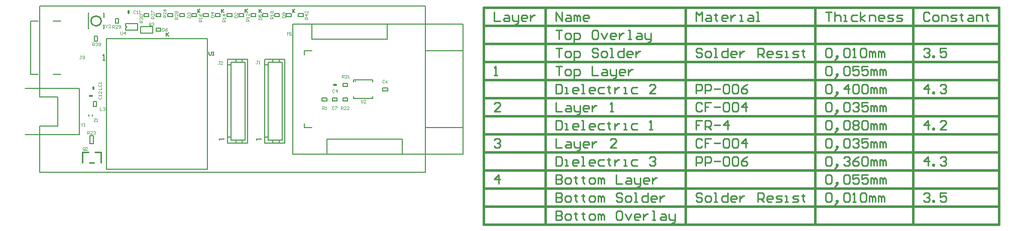
<source format=gto>
G04*
G04 #@! TF.GenerationSoftware,Altium Limited,Altium Designer,23.10.1 (27)*
G04*
G04 Layer_Color=16777215*
%FSLAX44Y44*%
%MOMM*%
G71*
G04*
G04 #@! TF.SameCoordinates,12E47488-CEE1-414F-AB97-9C1FAA11A261*
G04*
G04*
G04 #@! TF.FilePolarity,Positive*
G04*
G01*
G75*
%ADD10C,0.2540*%
%ADD11C,0.2000*%
%ADD12C,0.3000*%
%ADD13C,0.1500*%
%ADD14C,0.1000*%
%ADD15C,0.3810*%
D10*
X532283Y153200D02*
G03*
X532283Y153200I-283J0D01*
G01*
X103500Y255000D02*
G03*
X103500Y255000I-8500J0D01*
G01*
X72000Y16000D02*
Y34000D01*
X82100D01*
X92900D02*
X103000D01*
Y16000D02*
Y34000D01*
X84000Y16000D02*
X91100D01*
X766007Y270185D02*
Y254950D01*
X776164D01*
X783781Y265107D02*
X788860D01*
X791399Y262568D01*
Y254950D01*
X783781D01*
X781242Y257489D01*
X783781Y260028D01*
X791399D01*
X796477Y265107D02*
Y257489D01*
X799016Y254950D01*
X806634D01*
Y252411D01*
X804095Y249872D01*
X801556D01*
X806634Y254950D02*
Y265107D01*
X819330Y254950D02*
X814251D01*
X811712Y257489D01*
Y262568D01*
X814251Y265107D01*
X819330D01*
X821869Y262568D01*
Y260028D01*
X811712D01*
X826947Y265107D02*
Y254950D01*
Y260028D01*
X829487Y262568D01*
X832026Y265107D01*
X834565D01*
X773625Y-19370D02*
Y-4135D01*
X766007Y-11753D01*
X776164D01*
X766007Y54286D02*
X768546Y56825D01*
X773625D01*
X776164Y54286D01*
Y51747D01*
X773625Y49208D01*
X771085D01*
X773625D01*
X776164Y46668D01*
Y44129D01*
X773625Y41590D01*
X768546D01*
X766007Y44129D01*
X776164Y102550D02*
X766007D01*
X776164Y112707D01*
Y115246D01*
X773625Y117785D01*
X768546D01*
X766007Y115246D01*
Y163510D02*
X771085D01*
X768546D01*
Y178745D01*
X766007Y176206D01*
X870125Y254950D02*
Y270185D01*
X880282Y254950D01*
Y270185D01*
X887899Y265107D02*
X892978D01*
X895517Y262568D01*
Y254950D01*
X887899D01*
X885360Y257489D01*
X887899Y260028D01*
X895517D01*
X900595Y254950D02*
Y265107D01*
X903134D01*
X905673Y262568D01*
Y254950D01*
Y262568D01*
X908213Y265107D01*
X910752Y262568D01*
Y254950D01*
X923448D02*
X918369D01*
X915830Y257489D01*
Y262568D01*
X918369Y265107D01*
X923448D01*
X925987Y262568D01*
Y260028D01*
X915830D01*
X870125Y-65095D02*
Y-80330D01*
X877742D01*
X880282Y-77791D01*
Y-75252D01*
X877742Y-72712D01*
X870125D01*
X877742D01*
X880282Y-70173D01*
Y-67634D01*
X877742Y-65095D01*
X870125D01*
X887899Y-80330D02*
X892978D01*
X895517Y-77791D01*
Y-72712D01*
X892978Y-70173D01*
X887899D01*
X885360Y-72712D01*
Y-77791D01*
X887899Y-80330D01*
X903134Y-67634D02*
Y-70173D01*
X900595D01*
X905673D01*
X903134D01*
Y-77791D01*
X905673Y-80330D01*
X915830Y-67634D02*
Y-70173D01*
X913291D01*
X918369D01*
X915830D01*
Y-77791D01*
X918369Y-80330D01*
X928526D02*
X933604D01*
X936143Y-77791D01*
Y-72712D01*
X933604Y-70173D01*
X928526D01*
X925987Y-72712D01*
Y-77791D01*
X928526Y-80330D01*
X941222D02*
Y-70173D01*
X943761D01*
X946300Y-72712D01*
Y-80330D01*
Y-72712D01*
X948839Y-70173D01*
X951379Y-72712D01*
Y-80330D01*
X979310Y-65095D02*
X974231D01*
X971692Y-67634D01*
Y-77791D01*
X974231Y-80330D01*
X979310D01*
X981849Y-77791D01*
Y-67634D01*
X979310Y-65095D01*
X986927Y-70173D02*
X992005Y-80330D01*
X997084Y-70173D01*
X1009780Y-80330D02*
X1004701D01*
X1002162Y-77791D01*
Y-72712D01*
X1004701Y-70173D01*
X1009780D01*
X1012319Y-72712D01*
Y-75252D01*
X1002162D01*
X1017397Y-70173D02*
Y-80330D01*
Y-75252D01*
X1019936Y-72712D01*
X1022476Y-70173D01*
X1025015D01*
X1032632Y-80330D02*
X1037711D01*
X1035172D01*
Y-65095D01*
X1032632D01*
X1047867Y-70173D02*
X1052946D01*
X1055485Y-72712D01*
Y-80330D01*
X1047867D01*
X1045328Y-77791D01*
X1047867Y-75252D01*
X1055485D01*
X1060563Y-70173D02*
Y-77791D01*
X1063102Y-80330D01*
X1070720D01*
Y-82869D01*
X1068181Y-85408D01*
X1065642D01*
X1070720Y-80330D02*
Y-70173D01*
X870125Y-34615D02*
Y-49850D01*
X877742D01*
X880282Y-47311D01*
Y-44772D01*
X877742Y-42232D01*
X870125D01*
X877742D01*
X880282Y-39693D01*
Y-37154D01*
X877742Y-34615D01*
X870125D01*
X887899Y-49850D02*
X892978D01*
X895517Y-47311D01*
Y-42232D01*
X892978Y-39693D01*
X887899D01*
X885360Y-42232D01*
Y-47311D01*
X887899Y-49850D01*
X903134Y-37154D02*
Y-39693D01*
X900595D01*
X905673D01*
X903134D01*
Y-47311D01*
X905673Y-49850D01*
X915830Y-37154D02*
Y-39693D01*
X913291D01*
X918369D01*
X915830D01*
Y-47311D01*
X918369Y-49850D01*
X928526D02*
X933604D01*
X936143Y-47311D01*
Y-42232D01*
X933604Y-39693D01*
X928526D01*
X925987Y-42232D01*
Y-47311D01*
X928526Y-49850D01*
X941222D02*
Y-39693D01*
X943761D01*
X946300Y-42232D01*
Y-49850D01*
Y-42232D01*
X948839Y-39693D01*
X951379Y-42232D01*
Y-49850D01*
X981849Y-37154D02*
X979310Y-34615D01*
X974231D01*
X971692Y-37154D01*
Y-39693D01*
X974231Y-42232D01*
X979310D01*
X981849Y-44772D01*
Y-47311D01*
X979310Y-49850D01*
X974231D01*
X971692Y-47311D01*
X989466Y-49850D02*
X994545D01*
X997084Y-47311D01*
Y-42232D01*
X994545Y-39693D01*
X989466D01*
X986927Y-42232D01*
Y-47311D01*
X989466Y-49850D01*
X1002162D02*
X1007241D01*
X1004701D01*
Y-34615D01*
X1002162D01*
X1025015D02*
Y-49850D01*
X1017397D01*
X1014858Y-47311D01*
Y-42232D01*
X1017397Y-39693D01*
X1025015D01*
X1037711Y-49850D02*
X1032632D01*
X1030093Y-47311D01*
Y-42232D01*
X1032632Y-39693D01*
X1037711D01*
X1040250Y-42232D01*
Y-44772D01*
X1030093D01*
X1045328Y-39693D02*
Y-49850D01*
Y-44772D01*
X1047867Y-42232D01*
X1050407Y-39693D01*
X1052946D01*
X870125Y-4135D02*
Y-19370D01*
X877742D01*
X880282Y-16831D01*
Y-14292D01*
X877742Y-11753D01*
X870125D01*
X877742D01*
X880282Y-9213D01*
Y-6674D01*
X877742Y-4135D01*
X870125D01*
X887899Y-19370D02*
X892978D01*
X895517Y-16831D01*
Y-11753D01*
X892978Y-9213D01*
X887899D01*
X885360Y-11753D01*
Y-16831D01*
X887899Y-19370D01*
X903134Y-6674D02*
Y-9213D01*
X900595D01*
X905673D01*
X903134D01*
Y-16831D01*
X905673Y-19370D01*
X915830Y-6674D02*
Y-9213D01*
X913291D01*
X918369D01*
X915830D01*
Y-16831D01*
X918369Y-19370D01*
X928526D02*
X933604D01*
X936143Y-16831D01*
Y-11753D01*
X933604Y-9213D01*
X928526D01*
X925987Y-11753D01*
Y-16831D01*
X928526Y-19370D01*
X941222D02*
Y-9213D01*
X943761D01*
X946300Y-11753D01*
Y-19370D01*
Y-11753D01*
X948839Y-9213D01*
X951379Y-11753D01*
Y-19370D01*
X971692Y-4135D02*
Y-19370D01*
X981849D01*
X989466Y-9213D02*
X994545D01*
X997084Y-11753D01*
Y-19370D01*
X989466D01*
X986927Y-16831D01*
X989466Y-14292D01*
X997084D01*
X1002162Y-9213D02*
Y-16831D01*
X1004701Y-19370D01*
X1012319D01*
Y-21909D01*
X1009780Y-24448D01*
X1007241D01*
X1012319Y-19370D02*
Y-9213D01*
X1025015Y-19370D02*
X1019936D01*
X1017397Y-16831D01*
Y-11753D01*
X1019936Y-9213D01*
X1025015D01*
X1027554Y-11753D01*
Y-14292D01*
X1017397D01*
X1032632Y-9213D02*
Y-19370D01*
Y-14292D01*
X1035172Y-11753D01*
X1037711Y-9213D01*
X1040250D01*
X870125Y26345D02*
Y11110D01*
X877742D01*
X880282Y13649D01*
Y23806D01*
X877742Y26345D01*
X870125D01*
X885360Y11110D02*
X890438D01*
X887899D01*
Y21267D01*
X885360D01*
X905673Y11110D02*
X900595D01*
X898056Y13649D01*
Y18728D01*
X900595Y21267D01*
X905673D01*
X908213Y18728D01*
Y16188D01*
X898056D01*
X913291Y11110D02*
X918369D01*
X915830D01*
Y26345D01*
X913291D01*
X933604Y11110D02*
X928526D01*
X925987Y13649D01*
Y18728D01*
X928526Y21267D01*
X933604D01*
X936143Y18728D01*
Y16188D01*
X925987D01*
X951379Y21267D02*
X943761D01*
X941222Y18728D01*
Y13649D01*
X943761Y11110D01*
X951379D01*
X958996Y23806D02*
Y21267D01*
X956457D01*
X961535D01*
X958996D01*
Y13649D01*
X961535Y11110D01*
X969153Y21267D02*
Y11110D01*
Y16188D01*
X971692Y18728D01*
X974231Y21267D01*
X976770D01*
X984388Y11110D02*
X989466D01*
X986927D01*
Y21267D01*
X984388D01*
X1007241D02*
X999623D01*
X997084Y18728D01*
Y13649D01*
X999623Y11110D01*
X1007241D01*
X1027554Y23806D02*
X1030093Y26345D01*
X1035172D01*
X1037711Y23806D01*
Y21267D01*
X1035172Y18728D01*
X1032632D01*
X1035172D01*
X1037711Y16188D01*
Y13649D01*
X1035172Y11110D01*
X1030093D01*
X1027554Y13649D01*
X870125Y56825D02*
Y41590D01*
X880282D01*
X887899Y51747D02*
X892978D01*
X895517Y49208D01*
Y41590D01*
X887899D01*
X885360Y44129D01*
X887899Y46668D01*
X895517D01*
X900595Y51747D02*
Y44129D01*
X903134Y41590D01*
X910752D01*
Y39051D01*
X908213Y36512D01*
X905673D01*
X910752Y41590D02*
Y51747D01*
X923448Y41590D02*
X918369D01*
X915830Y44129D01*
Y49208D01*
X918369Y51747D01*
X923448D01*
X925987Y49208D01*
Y46668D01*
X915830D01*
X931065Y51747D02*
Y41590D01*
Y46668D01*
X933604Y49208D01*
X936143Y51747D01*
X938683D01*
X971692Y41590D02*
X961535D01*
X971692Y51747D01*
Y54286D01*
X969153Y56825D01*
X964074D01*
X961535Y54286D01*
X870125Y87305D02*
Y72070D01*
X877742D01*
X880282Y74609D01*
Y84766D01*
X877742Y87305D01*
X870125D01*
X885360Y72070D02*
X890438D01*
X887899D01*
Y82227D01*
X885360D01*
X905673Y72070D02*
X900595D01*
X898056Y74609D01*
Y79688D01*
X900595Y82227D01*
X905673D01*
X908213Y79688D01*
Y77148D01*
X898056D01*
X913291Y72070D02*
X918369D01*
X915830D01*
Y87305D01*
X913291D01*
X933604Y72070D02*
X928526D01*
X925987Y74609D01*
Y79688D01*
X928526Y82227D01*
X933604D01*
X936143Y79688D01*
Y77148D01*
X925987D01*
X951379Y82227D02*
X943761D01*
X941222Y79688D01*
Y74609D01*
X943761Y72070D01*
X951379D01*
X958996Y84766D02*
Y82227D01*
X956457D01*
X961535D01*
X958996D01*
Y74609D01*
X961535Y72070D01*
X969153Y82227D02*
Y72070D01*
Y77148D01*
X971692Y79688D01*
X974231Y82227D01*
X976770D01*
X984388Y72070D02*
X989466D01*
X986927D01*
Y82227D01*
X984388D01*
X1007241D02*
X999623D01*
X997084Y79688D01*
Y74609D01*
X999623Y72070D01*
X1007241D01*
X1027554D02*
X1032632D01*
X1030093D01*
Y87305D01*
X1027554Y84766D01*
X870125Y117785D02*
Y102550D01*
X880282D01*
X887899Y112707D02*
X892978D01*
X895517Y110168D01*
Y102550D01*
X887899D01*
X885360Y105089D01*
X887899Y107628D01*
X895517D01*
X900595Y112707D02*
Y105089D01*
X903134Y102550D01*
X910752D01*
Y100011D01*
X908213Y97472D01*
X905673D01*
X910752Y102550D02*
Y112707D01*
X923448Y102550D02*
X918369D01*
X915830Y105089D01*
Y110168D01*
X918369Y112707D01*
X923448D01*
X925987Y110168D01*
Y107628D01*
X915830D01*
X931065Y112707D02*
Y102550D01*
Y107628D01*
X933604Y110168D01*
X936143Y112707D01*
X938683D01*
X961535Y102550D02*
X966614D01*
X964074D01*
Y117785D01*
X961535Y115246D01*
X870125Y148265D02*
Y133030D01*
X877742D01*
X880282Y135569D01*
Y145726D01*
X877742Y148265D01*
X870125D01*
X885360Y133030D02*
X890438D01*
X887899D01*
Y143187D01*
X885360D01*
X905673Y133030D02*
X900595D01*
X898056Y135569D01*
Y140647D01*
X900595Y143187D01*
X905673D01*
X908213Y140647D01*
Y138108D01*
X898056D01*
X913291Y133030D02*
X918369D01*
X915830D01*
Y148265D01*
X913291D01*
X933604Y133030D02*
X928526D01*
X925987Y135569D01*
Y140647D01*
X928526Y143187D01*
X933604D01*
X936143Y140647D01*
Y138108D01*
X925987D01*
X951379Y143187D02*
X943761D01*
X941222Y140647D01*
Y135569D01*
X943761Y133030D01*
X951379D01*
X958996Y145726D02*
Y143187D01*
X956457D01*
X961535D01*
X958996D01*
Y135569D01*
X961535Y133030D01*
X969153Y143187D02*
Y133030D01*
Y138108D01*
X971692Y140647D01*
X974231Y143187D01*
X976770D01*
X984388Y133030D02*
X989466D01*
X986927D01*
Y143187D01*
X984388D01*
X1007241D02*
X999623D01*
X997084Y140647D01*
Y135569D01*
X999623Y133030D01*
X1007241D01*
X1037711D02*
X1027554D01*
X1037711Y143187D01*
Y145726D01*
X1035172Y148265D01*
X1030093D01*
X1027554Y145726D01*
X870125Y178745D02*
X880282D01*
X875203D01*
Y163510D01*
X887899D02*
X892978D01*
X895517Y166049D01*
Y171127D01*
X892978Y173667D01*
X887899D01*
X885360Y171127D01*
Y166049D01*
X887899Y163510D01*
X900595Y158432D02*
Y173667D01*
X908213D01*
X910752Y171127D01*
Y166049D01*
X908213Y163510D01*
X900595D01*
X931065Y178745D02*
Y163510D01*
X941222D01*
X948839Y173667D02*
X953918D01*
X956457Y171127D01*
Y163510D01*
X948839D01*
X946300Y166049D01*
X948839Y168588D01*
X956457D01*
X961535Y173667D02*
Y166049D01*
X964074Y163510D01*
X971692D01*
Y160971D01*
X969153Y158432D01*
X966614D01*
X971692Y163510D02*
Y173667D01*
X984388Y163510D02*
X979310D01*
X976770Y166049D01*
Y171127D01*
X979310Y173667D01*
X984388D01*
X986927Y171127D01*
Y168588D01*
X976770D01*
X992005Y173667D02*
Y163510D01*
Y168588D01*
X994545Y171127D01*
X997084Y173667D01*
X999623D01*
X870125Y209225D02*
X880282D01*
X875203D01*
Y193990D01*
X887899D02*
X892978D01*
X895517Y196529D01*
Y201607D01*
X892978Y204147D01*
X887899D01*
X885360Y201607D01*
Y196529D01*
X887899Y193990D01*
X900595Y188912D02*
Y204147D01*
X908213D01*
X910752Y201607D01*
Y196529D01*
X908213Y193990D01*
X900595D01*
X941222Y206686D02*
X938683Y209225D01*
X933604D01*
X931065Y206686D01*
Y204147D01*
X933604Y201607D01*
X938683D01*
X941222Y199068D01*
Y196529D01*
X938683Y193990D01*
X933604D01*
X931065Y196529D01*
X948839Y193990D02*
X953918D01*
X956457Y196529D01*
Y201607D01*
X953918Y204147D01*
X948839D01*
X946300Y201607D01*
Y196529D01*
X948839Y193990D01*
X961535D02*
X966614D01*
X964074D01*
Y209225D01*
X961535D01*
X984388D02*
Y193990D01*
X976770D01*
X974231Y196529D01*
Y201607D01*
X976770Y204147D01*
X984388D01*
X997084Y193990D02*
X992005D01*
X989466Y196529D01*
Y201607D01*
X992005Y204147D01*
X997084D01*
X999623Y201607D01*
Y199068D01*
X989466D01*
X1004701Y204147D02*
Y193990D01*
Y199068D01*
X1007241Y201607D01*
X1009780Y204147D01*
X1012319D01*
X870125Y239705D02*
X880282D01*
X875203D01*
Y224470D01*
X887899D02*
X892978D01*
X895517Y227009D01*
Y232087D01*
X892978Y234627D01*
X887899D01*
X885360Y232087D01*
Y227009D01*
X887899Y224470D01*
X900595Y219392D02*
Y234627D01*
X908213D01*
X910752Y232087D01*
Y227009D01*
X908213Y224470D01*
X900595D01*
X938683Y239705D02*
X933604D01*
X931065Y237166D01*
Y227009D01*
X933604Y224470D01*
X938683D01*
X941222Y227009D01*
Y237166D01*
X938683Y239705D01*
X946300Y234627D02*
X951379Y224470D01*
X956457Y234627D01*
X969153Y224470D02*
X964074D01*
X961535Y227009D01*
Y232087D01*
X964074Y234627D01*
X969153D01*
X971692Y232087D01*
Y229548D01*
X961535D01*
X976770Y234627D02*
Y224470D01*
Y229548D01*
X979310Y232087D01*
X981849Y234627D01*
X984388D01*
X992005Y224470D02*
X997084D01*
X994545D01*
Y239705D01*
X992005D01*
X1007241Y234627D02*
X1012319D01*
X1014858Y232087D01*
Y224470D01*
X1007241D01*
X1004701Y227009D01*
X1007241Y229548D01*
X1014858D01*
X1019936Y234627D02*
Y227009D01*
X1022476Y224470D01*
X1030093D01*
Y221931D01*
X1027554Y219392D01*
X1025015D01*
X1030093Y224470D02*
Y234627D01*
X1106280Y254950D02*
Y270185D01*
X1111358Y265107D01*
X1116437Y270185D01*
Y254950D01*
X1124054Y265107D02*
X1129133D01*
X1131672Y262568D01*
Y254950D01*
X1124054D01*
X1121515Y257489D01*
X1124054Y260028D01*
X1131672D01*
X1139289Y267646D02*
Y265107D01*
X1136750D01*
X1141829D01*
X1139289D01*
Y257489D01*
X1141829Y254950D01*
X1157064D02*
X1151985D01*
X1149446Y257489D01*
Y262568D01*
X1151985Y265107D01*
X1157064D01*
X1159603Y262568D01*
Y260028D01*
X1149446D01*
X1164681Y265107D02*
Y254950D01*
Y260028D01*
X1167220Y262568D01*
X1169760Y265107D01*
X1172299D01*
X1179916Y254950D02*
X1184995D01*
X1182455D01*
Y265107D01*
X1179916D01*
X1195151D02*
X1200230D01*
X1202769Y262568D01*
Y254950D01*
X1195151D01*
X1192612Y257489D01*
X1195151Y260028D01*
X1202769D01*
X1207847Y254950D02*
X1212925D01*
X1210386D01*
Y270185D01*
X1207847D01*
X1116437Y-37154D02*
X1113897Y-34615D01*
X1108819D01*
X1106280Y-37154D01*
Y-39693D01*
X1108819Y-42232D01*
X1113897D01*
X1116437Y-44772D01*
Y-47311D01*
X1113897Y-49850D01*
X1108819D01*
X1106280Y-47311D01*
X1124054Y-49850D02*
X1129133D01*
X1131672Y-47311D01*
Y-42232D01*
X1129133Y-39693D01*
X1124054D01*
X1121515Y-42232D01*
Y-47311D01*
X1124054Y-49850D01*
X1136750D02*
X1141829D01*
X1139289D01*
Y-34615D01*
X1136750D01*
X1159603D02*
Y-49850D01*
X1151985D01*
X1149446Y-47311D01*
Y-42232D01*
X1151985Y-39693D01*
X1159603D01*
X1172299Y-49850D02*
X1167220D01*
X1164681Y-47311D01*
Y-42232D01*
X1167220Y-39693D01*
X1172299D01*
X1174838Y-42232D01*
Y-44772D01*
X1164681D01*
X1179916Y-39693D02*
Y-49850D01*
Y-44772D01*
X1182455Y-42232D01*
X1184995Y-39693D01*
X1187534D01*
X1210386Y-49850D02*
Y-34615D01*
X1218004D01*
X1220543Y-37154D01*
Y-42232D01*
X1218004Y-44772D01*
X1210386D01*
X1215465D02*
X1220543Y-49850D01*
X1233239D02*
X1228161D01*
X1225621Y-47311D01*
Y-42232D01*
X1228161Y-39693D01*
X1233239D01*
X1235778Y-42232D01*
Y-44772D01*
X1225621D01*
X1240856Y-49850D02*
X1248474D01*
X1251013Y-47311D01*
X1248474Y-44772D01*
X1243396D01*
X1240856Y-42232D01*
X1243396Y-39693D01*
X1251013D01*
X1256092Y-49850D02*
X1261170D01*
X1258631D01*
Y-39693D01*
X1256092D01*
X1268787Y-49850D02*
X1276405D01*
X1278944Y-47311D01*
X1276405Y-44772D01*
X1271327D01*
X1268787Y-42232D01*
X1271327Y-39693D01*
X1278944D01*
X1286562Y-37154D02*
Y-39693D01*
X1284023D01*
X1289101D01*
X1286562D01*
Y-47311D01*
X1289101Y-49850D01*
X1106280Y11110D02*
Y26345D01*
X1113897D01*
X1116437Y23806D01*
Y18728D01*
X1113897Y16188D01*
X1106280D01*
X1121515Y11110D02*
Y26345D01*
X1129133D01*
X1131672Y23806D01*
Y18728D01*
X1129133Y16188D01*
X1121515D01*
X1136750Y18728D02*
X1146907D01*
X1151985Y23806D02*
X1154524Y26345D01*
X1159603D01*
X1162142Y23806D01*
Y13649D01*
X1159603Y11110D01*
X1154524D01*
X1151985Y13649D01*
Y23806D01*
X1167220D02*
X1169760Y26345D01*
X1174838D01*
X1177377Y23806D01*
Y13649D01*
X1174838Y11110D01*
X1169760D01*
X1167220Y13649D01*
Y23806D01*
X1192612Y26345D02*
X1187534Y23806D01*
X1182455Y18728D01*
Y13649D01*
X1184995Y11110D01*
X1190073D01*
X1192612Y13649D01*
Y16188D01*
X1190073Y18728D01*
X1182455D01*
X1116437Y54286D02*
X1113897Y56825D01*
X1108819D01*
X1106280Y54286D01*
Y44129D01*
X1108819Y41590D01*
X1113897D01*
X1116437Y44129D01*
X1131672Y56825D02*
X1121515D01*
Y49208D01*
X1126593D01*
X1121515D01*
Y41590D01*
X1136750Y49208D02*
X1146907D01*
X1151985Y54286D02*
X1154524Y56825D01*
X1159603D01*
X1162142Y54286D01*
Y44129D01*
X1159603Y41590D01*
X1154524D01*
X1151985Y44129D01*
Y54286D01*
X1167220D02*
X1169760Y56825D01*
X1174838D01*
X1177377Y54286D01*
Y44129D01*
X1174838Y41590D01*
X1169760D01*
X1167220Y44129D01*
Y54286D01*
X1190073Y41590D02*
Y56825D01*
X1182455Y49208D01*
X1192612D01*
X1116437Y87305D02*
X1106280D01*
Y79688D01*
X1111358D01*
X1106280D01*
Y72070D01*
X1121515D02*
Y87305D01*
X1129133D01*
X1131672Y84766D01*
Y79688D01*
X1129133Y77148D01*
X1121515D01*
X1126593D02*
X1131672Y72070D01*
X1136750Y79688D02*
X1146907D01*
X1159603Y72070D02*
Y87305D01*
X1151985Y79688D01*
X1162142D01*
X1116437Y115246D02*
X1113897Y117785D01*
X1108819D01*
X1106280Y115246D01*
Y105089D01*
X1108819Y102550D01*
X1113897D01*
X1116437Y105089D01*
X1131672Y117785D02*
X1121515D01*
Y110168D01*
X1126593D01*
X1121515D01*
Y102550D01*
X1136750Y110168D02*
X1146907D01*
X1151985Y115246D02*
X1154524Y117785D01*
X1159603D01*
X1162142Y115246D01*
Y105089D01*
X1159603Y102550D01*
X1154524D01*
X1151985Y105089D01*
Y115246D01*
X1167220D02*
X1169760Y117785D01*
X1174838D01*
X1177377Y115246D01*
Y105089D01*
X1174838Y102550D01*
X1169760D01*
X1167220Y105089D01*
Y115246D01*
X1190073Y102550D02*
Y117785D01*
X1182455Y110168D01*
X1192612D01*
X1106280Y133030D02*
Y148265D01*
X1113897D01*
X1116437Y145726D01*
Y140647D01*
X1113897Y138108D01*
X1106280D01*
X1121515Y133030D02*
Y148265D01*
X1129133D01*
X1131672Y145726D01*
Y140647D01*
X1129133Y138108D01*
X1121515D01*
X1136750Y140647D02*
X1146907D01*
X1151985Y145726D02*
X1154524Y148265D01*
X1159603D01*
X1162142Y145726D01*
Y135569D01*
X1159603Y133030D01*
X1154524D01*
X1151985Y135569D01*
Y145726D01*
X1167220D02*
X1169760Y148265D01*
X1174838D01*
X1177377Y145726D01*
Y135569D01*
X1174838Y133030D01*
X1169760D01*
X1167220Y135569D01*
Y145726D01*
X1192612Y148265D02*
X1187534Y145726D01*
X1182455Y140647D01*
Y135569D01*
X1184995Y133030D01*
X1190073D01*
X1192612Y135569D01*
Y138108D01*
X1190073Y140647D01*
X1182455D01*
X1116437Y206686D02*
X1113897Y209225D01*
X1108819D01*
X1106280Y206686D01*
Y204147D01*
X1108819Y201607D01*
X1113897D01*
X1116437Y199068D01*
Y196529D01*
X1113897Y193990D01*
X1108819D01*
X1106280Y196529D01*
X1124054Y193990D02*
X1129133D01*
X1131672Y196529D01*
Y201607D01*
X1129133Y204147D01*
X1124054D01*
X1121515Y201607D01*
Y196529D01*
X1124054Y193990D01*
X1136750D02*
X1141829D01*
X1139289D01*
Y209225D01*
X1136750D01*
X1159603D02*
Y193990D01*
X1151985D01*
X1149446Y196529D01*
Y201607D01*
X1151985Y204147D01*
X1159603D01*
X1172299Y193990D02*
X1167220D01*
X1164681Y196529D01*
Y201607D01*
X1167220Y204147D01*
X1172299D01*
X1174838Y201607D01*
Y199068D01*
X1164681D01*
X1179916Y204147D02*
Y193990D01*
Y199068D01*
X1182455Y201607D01*
X1184995Y204147D01*
X1187534D01*
X1210386Y193990D02*
Y209225D01*
X1218004D01*
X1220543Y206686D01*
Y201607D01*
X1218004Y199068D01*
X1210386D01*
X1215465D02*
X1220543Y193990D01*
X1233239D02*
X1228161D01*
X1225621Y196529D01*
Y201607D01*
X1228161Y204147D01*
X1233239D01*
X1235778Y201607D01*
Y199068D01*
X1225621D01*
X1240856Y193990D02*
X1248474D01*
X1251013Y196529D01*
X1248474Y199068D01*
X1243396D01*
X1240856Y201607D01*
X1243396Y204147D01*
X1251013D01*
X1256092Y193990D02*
X1261170D01*
X1258631D01*
Y204147D01*
X1256092D01*
X1268787Y193990D02*
X1276405D01*
X1278944Y196529D01*
X1276405Y199068D01*
X1271327D01*
X1268787Y201607D01*
X1271327Y204147D01*
X1278944D01*
X1286562Y206686D02*
Y204147D01*
X1284023D01*
X1289101D01*
X1286562D01*
Y196529D01*
X1289101Y193990D01*
X1324661Y270185D02*
X1334818D01*
X1329739D01*
Y254950D01*
X1339896Y270185D02*
Y254950D01*
Y262568D01*
X1342435Y265107D01*
X1347513D01*
X1350053Y262568D01*
Y254950D01*
X1355131D02*
X1360209D01*
X1357670D01*
Y265107D01*
X1355131D01*
X1377984D02*
X1370366D01*
X1367827Y262568D01*
Y257489D01*
X1370366Y254950D01*
X1377984D01*
X1383062D02*
Y270185D01*
Y260028D02*
X1390679Y265107D01*
X1383062Y260028D02*
X1390679Y254950D01*
X1398297D02*
Y265107D01*
X1405915D01*
X1408454Y262568D01*
Y254950D01*
X1421150D02*
X1416071D01*
X1413532Y257489D01*
Y262568D01*
X1416071Y265107D01*
X1421150D01*
X1423689Y262568D01*
Y260028D01*
X1413532D01*
X1428767Y254950D02*
X1436385D01*
X1438924Y257489D01*
X1436385Y260028D01*
X1431306D01*
X1428767Y262568D01*
X1431306Y265107D01*
X1438924D01*
X1444002Y254950D02*
X1451620D01*
X1454159Y257489D01*
X1451620Y260028D01*
X1446541D01*
X1444002Y262568D01*
X1446541Y265107D01*
X1454159D01*
X1324661Y-37154D02*
X1327200Y-34615D01*
X1332278D01*
X1334818Y-37154D01*
Y-47311D01*
X1332278Y-49850D01*
X1327200D01*
X1324661Y-47311D01*
Y-37154D01*
X1342435Y-52389D02*
X1344974Y-49850D01*
Y-47311D01*
X1342435D01*
Y-49850D01*
X1344974D01*
X1342435Y-52389D01*
X1339896Y-54928D01*
X1355131Y-37154D02*
X1357670Y-34615D01*
X1362749D01*
X1365288Y-37154D01*
Y-47311D01*
X1362749Y-49850D01*
X1357670D01*
X1355131Y-47311D01*
Y-37154D01*
X1370366Y-49850D02*
X1375444D01*
X1372905D01*
Y-34615D01*
X1370366Y-37154D01*
X1383062D02*
X1385601Y-34615D01*
X1390679D01*
X1393219Y-37154D01*
Y-47311D01*
X1390679Y-49850D01*
X1385601D01*
X1383062Y-47311D01*
Y-37154D01*
X1398297Y-49850D02*
Y-39693D01*
X1400836D01*
X1403375Y-42232D01*
Y-49850D01*
Y-42232D01*
X1405915Y-39693D01*
X1408454Y-42232D01*
Y-49850D01*
X1413532D02*
Y-39693D01*
X1416071D01*
X1418610Y-42232D01*
Y-49850D01*
Y-42232D01*
X1421150Y-39693D01*
X1423689Y-42232D01*
Y-49850D01*
X1324661Y-6674D02*
X1327200Y-4135D01*
X1332278D01*
X1334818Y-6674D01*
Y-16831D01*
X1332278Y-19370D01*
X1327200D01*
X1324661Y-16831D01*
Y-6674D01*
X1342435Y-21909D02*
X1344974Y-19370D01*
Y-16831D01*
X1342435D01*
Y-19370D01*
X1344974D01*
X1342435Y-21909D01*
X1339896Y-24448D01*
X1355131Y-6674D02*
X1357670Y-4135D01*
X1362749D01*
X1365288Y-6674D01*
Y-16831D01*
X1362749Y-19370D01*
X1357670D01*
X1355131Y-16831D01*
Y-6674D01*
X1380523Y-4135D02*
X1370366D01*
Y-11753D01*
X1375444Y-9213D01*
X1377984D01*
X1380523Y-11753D01*
Y-16831D01*
X1377984Y-19370D01*
X1372905D01*
X1370366Y-16831D01*
X1395758Y-4135D02*
X1385601D01*
Y-11753D01*
X1390679Y-9213D01*
X1393219D01*
X1395758Y-11753D01*
Y-16831D01*
X1393219Y-19370D01*
X1388140D01*
X1385601Y-16831D01*
X1400836Y-19370D02*
Y-9213D01*
X1403375D01*
X1405915Y-11753D01*
Y-19370D01*
Y-11753D01*
X1408454Y-9213D01*
X1410993Y-11753D01*
Y-19370D01*
X1416071D02*
Y-9213D01*
X1418611D01*
X1421150Y-11753D01*
Y-19370D01*
Y-11753D01*
X1423689Y-9213D01*
X1426228Y-11753D01*
Y-19370D01*
X1324661Y23806D02*
X1327200Y26345D01*
X1332278D01*
X1334818Y23806D01*
Y13649D01*
X1332278Y11110D01*
X1327200D01*
X1324661Y13649D01*
Y23806D01*
X1342435Y8571D02*
X1344974Y11110D01*
Y13649D01*
X1342435D01*
Y11110D01*
X1344974D01*
X1342435Y8571D01*
X1339896Y6032D01*
X1355131Y23806D02*
X1357670Y26345D01*
X1362749D01*
X1365288Y23806D01*
Y21267D01*
X1362749Y18728D01*
X1360209D01*
X1362749D01*
X1365288Y16188D01*
Y13649D01*
X1362749Y11110D01*
X1357670D01*
X1355131Y13649D01*
X1380523Y26345D02*
X1375444Y23806D01*
X1370366Y18728D01*
Y13649D01*
X1372905Y11110D01*
X1377984D01*
X1380523Y13649D01*
Y16188D01*
X1377984Y18728D01*
X1370366D01*
X1385601Y23806D02*
X1388140Y26345D01*
X1393219D01*
X1395758Y23806D01*
Y13649D01*
X1393219Y11110D01*
X1388140D01*
X1385601Y13649D01*
Y23806D01*
X1400836Y11110D02*
Y21267D01*
X1403375D01*
X1405915Y18728D01*
Y11110D01*
Y18728D01*
X1408454Y21267D01*
X1410993Y18728D01*
Y11110D01*
X1416071D02*
Y21267D01*
X1418611D01*
X1421150Y18728D01*
Y11110D01*
Y18728D01*
X1423689Y21267D01*
X1426228Y18728D01*
Y11110D01*
X1324661Y54286D02*
X1327200Y56825D01*
X1332278D01*
X1334818Y54286D01*
Y44129D01*
X1332278Y41590D01*
X1327200D01*
X1324661Y44129D01*
Y54286D01*
X1342435Y39051D02*
X1344974Y41590D01*
Y44129D01*
X1342435D01*
Y41590D01*
X1344974D01*
X1342435Y39051D01*
X1339896Y36512D01*
X1355131Y54286D02*
X1357670Y56825D01*
X1362749D01*
X1365288Y54286D01*
Y44129D01*
X1362749Y41590D01*
X1357670D01*
X1355131Y44129D01*
Y54286D01*
X1370366D02*
X1372905Y56825D01*
X1377984D01*
X1380523Y54286D01*
Y51747D01*
X1377984Y49208D01*
X1375444D01*
X1377984D01*
X1380523Y46668D01*
Y44129D01*
X1377984Y41590D01*
X1372905D01*
X1370366Y44129D01*
X1395758Y56825D02*
X1385601D01*
Y49208D01*
X1390679Y51747D01*
X1393219D01*
X1395758Y49208D01*
Y44129D01*
X1393219Y41590D01*
X1388140D01*
X1385601Y44129D01*
X1400836Y41590D02*
Y51747D01*
X1403375D01*
X1405915Y49208D01*
Y41590D01*
Y49208D01*
X1408454Y51747D01*
X1410993Y49208D01*
Y41590D01*
X1416071D02*
Y51747D01*
X1418611D01*
X1421150Y49208D01*
Y41590D01*
Y49208D01*
X1423689Y51747D01*
X1426228Y49208D01*
Y41590D01*
X1324661Y84766D02*
X1327200Y87305D01*
X1332278D01*
X1334818Y84766D01*
Y74609D01*
X1332278Y72070D01*
X1327200D01*
X1324661Y74609D01*
Y84766D01*
X1342435Y69531D02*
X1344974Y72070D01*
Y74609D01*
X1342435D01*
Y72070D01*
X1344974D01*
X1342435Y69531D01*
X1339896Y66992D01*
X1355131Y84766D02*
X1357670Y87305D01*
X1362749D01*
X1365288Y84766D01*
Y74609D01*
X1362749Y72070D01*
X1357670D01*
X1355131Y74609D01*
Y84766D01*
X1370366D02*
X1372905Y87305D01*
X1377984D01*
X1380523Y84766D01*
Y82227D01*
X1377984Y79688D01*
X1380523Y77148D01*
Y74609D01*
X1377984Y72070D01*
X1372905D01*
X1370366Y74609D01*
Y77148D01*
X1372905Y79688D01*
X1370366Y82227D01*
Y84766D01*
X1372905Y79688D02*
X1377984D01*
X1385601Y84766D02*
X1388140Y87305D01*
X1393219D01*
X1395758Y84766D01*
Y74609D01*
X1393219Y72070D01*
X1388140D01*
X1385601Y74609D01*
Y84766D01*
X1400836Y72070D02*
Y82227D01*
X1403375D01*
X1405915Y79688D01*
Y72070D01*
Y79688D01*
X1408454Y82227D01*
X1410993Y79688D01*
Y72070D01*
X1416071D02*
Y82227D01*
X1418611D01*
X1421150Y79688D01*
Y72070D01*
Y79688D01*
X1423689Y82227D01*
X1426228Y79688D01*
Y72070D01*
X1324661Y115246D02*
X1327200Y117785D01*
X1332278D01*
X1334818Y115246D01*
Y105089D01*
X1332278Y102550D01*
X1327200D01*
X1324661Y105089D01*
Y115246D01*
X1342435Y100011D02*
X1344974Y102550D01*
Y105089D01*
X1342435D01*
Y102550D01*
X1344974D01*
X1342435Y100011D01*
X1339896Y97472D01*
X1355131Y115246D02*
X1357670Y117785D01*
X1362749D01*
X1365288Y115246D01*
Y105089D01*
X1362749Y102550D01*
X1357670D01*
X1355131Y105089D01*
Y115246D01*
X1370366D02*
X1372905Y117785D01*
X1377984D01*
X1380523Y115246D01*
Y112707D01*
X1377984Y110168D01*
X1375444D01*
X1377984D01*
X1380523Y107628D01*
Y105089D01*
X1377984Y102550D01*
X1372905D01*
X1370366Y105089D01*
X1395758Y117785D02*
X1385601D01*
Y110168D01*
X1390679Y112707D01*
X1393219D01*
X1395758Y110168D01*
Y105089D01*
X1393219Y102550D01*
X1388140D01*
X1385601Y105089D01*
X1400836Y102550D02*
Y112707D01*
X1403375D01*
X1405915Y110168D01*
Y102550D01*
Y110168D01*
X1408454Y112707D01*
X1410993Y110168D01*
Y102550D01*
X1416071D02*
Y112707D01*
X1418611D01*
X1421150Y110168D01*
Y102550D01*
Y110168D01*
X1423689Y112707D01*
X1426228Y110168D01*
Y102550D01*
X1324661Y145726D02*
X1327200Y148265D01*
X1332278D01*
X1334818Y145726D01*
Y135569D01*
X1332278Y133030D01*
X1327200D01*
X1324661Y135569D01*
Y145726D01*
X1342435Y130491D02*
X1344974Y133030D01*
Y135569D01*
X1342435D01*
Y133030D01*
X1344974D01*
X1342435Y130491D01*
X1339896Y127952D01*
X1362749Y133030D02*
Y148265D01*
X1355131Y140647D01*
X1365288D01*
X1370366Y145726D02*
X1372905Y148265D01*
X1377984D01*
X1380523Y145726D01*
Y135569D01*
X1377984Y133030D01*
X1372905D01*
X1370366Y135569D01*
Y145726D01*
X1385601D02*
X1388140Y148265D01*
X1393219D01*
X1395758Y145726D01*
Y135569D01*
X1393219Y133030D01*
X1388140D01*
X1385601Y135569D01*
Y145726D01*
X1400836Y133030D02*
Y143187D01*
X1403375D01*
X1405915Y140647D01*
Y133030D01*
Y140647D01*
X1408454Y143187D01*
X1410993Y140647D01*
Y133030D01*
X1416071D02*
Y143187D01*
X1418611D01*
X1421150Y140647D01*
Y133030D01*
Y140647D01*
X1423689Y143187D01*
X1426228Y140647D01*
Y133030D01*
X1324661Y176206D02*
X1327200Y178745D01*
X1332278D01*
X1334818Y176206D01*
Y166049D01*
X1332278Y163510D01*
X1327200D01*
X1324661Y166049D01*
Y176206D01*
X1342435Y160971D02*
X1344974Y163510D01*
Y166049D01*
X1342435D01*
Y163510D01*
X1344974D01*
X1342435Y160971D01*
X1339896Y158432D01*
X1355131Y176206D02*
X1357670Y178745D01*
X1362749D01*
X1365288Y176206D01*
Y166049D01*
X1362749Y163510D01*
X1357670D01*
X1355131Y166049D01*
Y176206D01*
X1380523Y178745D02*
X1370366D01*
Y171127D01*
X1375444Y173667D01*
X1377984D01*
X1380523Y171127D01*
Y166049D01*
X1377984Y163510D01*
X1372905D01*
X1370366Y166049D01*
X1395758Y178745D02*
X1385601D01*
Y171127D01*
X1390679Y173667D01*
X1393219D01*
X1395758Y171127D01*
Y166049D01*
X1393219Y163510D01*
X1388140D01*
X1385601Y166049D01*
X1400836Y163510D02*
Y173667D01*
X1403375D01*
X1405915Y171127D01*
Y163510D01*
Y171127D01*
X1408454Y173667D01*
X1410993Y171127D01*
Y163510D01*
X1416071D02*
Y173667D01*
X1418611D01*
X1421150Y171127D01*
Y163510D01*
Y171127D01*
X1423689Y173667D01*
X1426228Y171127D01*
Y163510D01*
X1324661Y206686D02*
X1327200Y209225D01*
X1332278D01*
X1334818Y206686D01*
Y196529D01*
X1332278Y193990D01*
X1327200D01*
X1324661Y196529D01*
Y206686D01*
X1342435Y191451D02*
X1344974Y193990D01*
Y196529D01*
X1342435D01*
Y193990D01*
X1344974D01*
X1342435Y191451D01*
X1339896Y188912D01*
X1355131Y206686D02*
X1357670Y209225D01*
X1362749D01*
X1365288Y206686D01*
Y196529D01*
X1362749Y193990D01*
X1357670D01*
X1355131Y196529D01*
Y206686D01*
X1370366Y193990D02*
X1375444D01*
X1372905D01*
Y209225D01*
X1370366Y206686D01*
X1383062D02*
X1385601Y209225D01*
X1390679D01*
X1393219Y206686D01*
Y196529D01*
X1390679Y193990D01*
X1385601D01*
X1383062Y196529D01*
Y206686D01*
X1398297Y193990D02*
Y204147D01*
X1400836D01*
X1403375Y201607D01*
Y193990D01*
Y201607D01*
X1405915Y204147D01*
X1408454Y201607D01*
Y193990D01*
X1413532D02*
Y204147D01*
X1416071D01*
X1418610Y201607D01*
Y193990D01*
Y201607D01*
X1421150Y204147D01*
X1423689Y201607D01*
Y193990D01*
X1499876Y267646D02*
X1497336Y270185D01*
X1492258D01*
X1489719Y267646D01*
Y257489D01*
X1492258Y254950D01*
X1497336D01*
X1499876Y257489D01*
X1507493Y254950D02*
X1512572D01*
X1515111Y257489D01*
Y262568D01*
X1512572Y265107D01*
X1507493D01*
X1504954Y262568D01*
Y257489D01*
X1507493Y254950D01*
X1520189D02*
Y265107D01*
X1527807D01*
X1530346Y262568D01*
Y254950D01*
X1535424D02*
X1543042D01*
X1545581Y257489D01*
X1543042Y260028D01*
X1537963D01*
X1535424Y262568D01*
X1537963Y265107D01*
X1545581D01*
X1553198Y267646D02*
Y265107D01*
X1550659D01*
X1555738D01*
X1553198D01*
Y257489D01*
X1555738Y254950D01*
X1565894Y265107D02*
X1570973D01*
X1573512Y262568D01*
Y254950D01*
X1565894D01*
X1563355Y257489D01*
X1565894Y260028D01*
X1573512D01*
X1578590Y254950D02*
Y265107D01*
X1586208D01*
X1588747Y262568D01*
Y254950D01*
X1596364Y267646D02*
Y265107D01*
X1593825D01*
X1598904D01*
X1596364D01*
Y257489D01*
X1598904Y254950D01*
X1489719Y-37154D02*
X1492258Y-34615D01*
X1497336D01*
X1499876Y-37154D01*
Y-39693D01*
X1497336Y-42232D01*
X1494797D01*
X1497336D01*
X1499876Y-44772D01*
Y-47311D01*
X1497336Y-49850D01*
X1492258D01*
X1489719Y-47311D01*
X1504954Y-49850D02*
Y-47311D01*
X1507493D01*
Y-49850D01*
X1504954D01*
X1527807Y-34615D02*
X1517650D01*
Y-42232D01*
X1522728Y-39693D01*
X1525267D01*
X1527807Y-42232D01*
Y-47311D01*
X1525267Y-49850D01*
X1520189D01*
X1517650Y-47311D01*
X1497336Y11110D02*
Y26345D01*
X1489719Y18728D01*
X1499876D01*
X1504954Y11110D02*
Y13649D01*
X1507493D01*
Y11110D01*
X1504954D01*
X1517650Y23806D02*
X1520189Y26345D01*
X1525267D01*
X1527807Y23806D01*
Y21267D01*
X1525267Y18728D01*
X1522728D01*
X1525267D01*
X1527807Y16188D01*
Y13649D01*
X1525267Y11110D01*
X1520189D01*
X1517650Y13649D01*
X1497336Y72070D02*
Y87305D01*
X1489719Y79688D01*
X1499876D01*
X1504954Y72070D02*
Y74609D01*
X1507493D01*
Y72070D01*
X1504954D01*
X1527807D02*
X1517650D01*
X1527807Y82227D01*
Y84766D01*
X1525267Y87305D01*
X1520189D01*
X1517650Y84766D01*
X1497336Y133030D02*
Y148265D01*
X1489719Y140647D01*
X1499876D01*
X1504954Y133030D02*
Y135569D01*
X1507493D01*
Y133030D01*
X1504954D01*
X1517650Y145726D02*
X1520189Y148265D01*
X1525267D01*
X1527807Y145726D01*
Y143187D01*
X1525267Y140647D01*
X1522728D01*
X1525267D01*
X1527807Y138108D01*
Y135569D01*
X1525267Y133030D01*
X1520189D01*
X1517650Y135569D01*
X1489719Y206686D02*
X1492258Y209225D01*
X1497336D01*
X1499876Y206686D01*
Y204147D01*
X1497336Y201607D01*
X1494797D01*
X1497336D01*
X1499876Y199068D01*
Y196529D01*
X1497336Y193990D01*
X1492258D01*
X1489719Y196529D01*
X1504954Y193990D02*
Y196529D01*
X1507493D01*
Y193990D01*
X1504954D01*
X1527807Y209225D02*
X1517650D01*
Y201607D01*
X1522728Y204147D01*
X1525267D01*
X1527807Y201607D01*
Y196529D01*
X1525267Y193990D01*
X1520189D01*
X1517650Y196529D01*
D11*
X22750Y165300D02*
X35250D01*
X22750Y254700D02*
X35250D01*
X-15500Y165300D02*
X-2700D01*
X-15500D02*
Y254700D01*
X-2700D01*
X330580Y185748D02*
Y190749D01*
X316330D02*
X341000D01*
X322830Y185748D02*
X341000D01*
X322830Y180998D02*
Y185748D01*
X316330Y180998D02*
X322830D01*
X330580Y49247D02*
X341000D01*
X330580D02*
Y49248D01*
Y54248D02*
X341000D01*
Y190749D02*
X346330D01*
X341000Y185748D02*
Y190749D01*
Y185748D02*
X346330D01*
X341000Y49247D02*
X346330D01*
X341000D02*
Y54248D01*
X346330D01*
X330580Y49248D02*
Y54248D01*
X322830D02*
X330580D01*
X322830D02*
Y58998D01*
X316330D02*
X322830D01*
X346330Y49247D02*
X350328D01*
X316330Y49248D02*
X330580D01*
X316330Y180998D02*
Y190749D01*
Y49248D02*
Y58998D01*
X346330Y190749D02*
X350328D01*
X316330Y58998D02*
Y180998D01*
X322830Y58998D02*
Y180998D01*
X346330Y54248D02*
Y185748D01*
X350328Y49247D02*
Y190749D01*
X393080Y185748D02*
Y190749D01*
X378830D02*
X403500D01*
X385330Y185748D02*
X403500D01*
X385330Y180998D02*
Y185748D01*
X378830Y180998D02*
X385330D01*
X393080Y49247D02*
X403500D01*
X393080D02*
Y49248D01*
Y54248D02*
X403500D01*
Y190749D02*
X408830D01*
X403500Y185748D02*
Y190749D01*
Y185748D02*
X408830D01*
X403500Y49247D02*
X408830D01*
X403500D02*
Y54248D01*
X408830D01*
X393080Y49248D02*
Y54248D01*
X385330D02*
X393080D01*
X385330D02*
Y58998D01*
X378830D02*
X385330D01*
X408830Y49247D02*
X412828D01*
X378830Y49248D02*
X393080D01*
X378830Y180998D02*
Y190749D01*
Y49248D02*
Y58998D01*
X408830Y190749D02*
X412828D01*
X378830Y58998D02*
Y180998D01*
X385330Y58998D02*
Y180998D01*
X408830Y54248D02*
Y185748D01*
X412828Y49247D02*
Y190749D01*
X560800Y152600D02*
Y155800D01*
Y124200D02*
Y127400D01*
X529200Y124200D02*
X560800D01*
X529200Y152600D02*
Y155800D01*
Y124200D02*
Y127400D01*
Y155800D02*
X560800D01*
X-24900Y141350D02*
X66500D01*
Y63650D02*
Y141350D01*
X-24900Y63650D02*
X66500D01*
X169990Y234750D02*
X190310D01*
X169990D02*
Y245250D01*
X190310D01*
Y234750D02*
Y245250D01*
X650251Y29999D02*
Y249999D01*
X427001Y29999D02*
X645251D01*
X427001D02*
Y249999D01*
X650251D01*
X713251D01*
Y29999D02*
Y249999D01*
X645251Y29999D02*
X713251D01*
X446251Y74999D02*
X458501D01*
X446251D02*
Y82249D01*
Y204999D02*
X458501D01*
X446251Y197749D02*
Y204999D01*
X650251Y74999D02*
X713251D01*
Y204999D01*
X650251D02*
X713251D01*
X611202Y30300D02*
Y55700D01*
X585751Y224300D02*
Y249999D01*
X484200Y55700D02*
X611202D01*
X458800Y224300D02*
X585751D01*
X484200Y29999D02*
Y55700D01*
X458800Y224300D02*
Y249999D01*
X236000Y267500D02*
X244000D01*
X236000Y262500D02*
Y267500D01*
Y262500D02*
X244000D01*
Y267500D01*
X196000Y262500D02*
X204000D01*
Y267500D01*
X196000D02*
X204000D01*
X196000Y262500D02*
Y267500D01*
X216000Y262500D02*
X224000D01*
Y267500D01*
X216000D02*
X224000D01*
X216000Y262500D02*
Y267500D01*
X83000Y94750D02*
Y96000D01*
Y97250D01*
X89000Y94750D02*
Y96000D01*
Y97250D01*
X92500Y221000D02*
Y229000D01*
Y221000D02*
X97500D01*
Y229000D01*
X92500D02*
X97500D01*
X511000Y125000D02*
X519000D01*
X511000Y120000D02*
Y125000D01*
Y120000D02*
X519000D01*
Y125000D01*
X511000Y150000D02*
X519000D01*
X511000Y145000D02*
Y150000D01*
Y145000D02*
X519000D01*
Y150000D01*
X396000Y267500D02*
X404000D01*
X396000Y262500D02*
Y267500D01*
Y262500D02*
X404000D01*
Y267500D01*
X276000D02*
X284000D01*
X276000Y262500D02*
Y267500D01*
Y262500D02*
X284000D01*
Y267500D01*
X316000D02*
X324000D01*
X316000Y262500D02*
Y267500D01*
Y262500D02*
X324000D01*
Y267500D01*
X356000D02*
X364000D01*
X356000Y262500D02*
Y267500D01*
Y262500D02*
X364000D01*
Y267500D01*
X476000Y120000D02*
X484000D01*
Y125000D01*
X476000D02*
X484000D01*
X476000Y120000D02*
Y125000D01*
X384000Y262500D02*
Y267500D01*
X376000Y262500D02*
X384000D01*
X376000D02*
Y267500D01*
X384000D01*
X493500Y125000D02*
X501500D01*
X493500Y120000D02*
Y125000D01*
Y120000D02*
X501500D01*
Y125000D01*
X578500Y142500D02*
X586500D01*
X578500Y137500D02*
Y142500D01*
Y137500D02*
X586500D01*
Y142500D01*
X256000Y267500D02*
X264000D01*
X256000Y262500D02*
Y267500D01*
Y262500D02*
X264000D01*
Y267500D01*
X296000D02*
X304000D01*
X296000Y262500D02*
Y267500D01*
Y262500D02*
X304000D01*
Y267500D01*
X336000D02*
X344000D01*
X336000Y262500D02*
Y267500D01*
Y262500D02*
X344000D01*
Y267500D01*
X424000Y262500D02*
Y267500D01*
X416000Y262500D02*
X424000D01*
X416000D02*
Y267500D01*
X424000D01*
X436000Y262500D02*
X444000D01*
Y267500D01*
X436000D02*
X444000D01*
X436000Y262500D02*
Y267500D01*
X112500Y5000D02*
Y225000D01*
Y5000D02*
X282500D01*
Y225000D01*
X112500D02*
X282500D01*
X196000Y237500D02*
X204000D01*
Y242500D01*
X196000D02*
X204000D01*
X196000Y237500D02*
Y242500D01*
X95500Y111000D02*
Y119000D01*
X90500D02*
X95500D01*
X90500Y111000D02*
Y119000D01*
Y111000D02*
X95500D01*
X90500Y48500D02*
Y61500D01*
X84500D02*
X90500D01*
X84500Y48500D02*
Y61500D01*
Y48500D02*
X90500D01*
X144690Y250250D02*
X165010D01*
Y239750D02*
Y250250D01*
X144690Y239750D02*
X165010D01*
X144690D02*
Y243500D01*
X146250D01*
Y246500D01*
X144690D02*
X146250D01*
X144690D02*
Y250250D01*
X108002Y244999D02*
Y248998D01*
Y265000D02*
Y268000D01*
X107000D02*
X108002D01*
Y261000D02*
Y265000D01*
Y242000D02*
Y244999D01*
X107000Y242000D02*
X108002D01*
X82002D02*
Y244999D01*
Y242000D02*
X83000D01*
X82002Y244999D02*
Y268000D01*
X83000D01*
X176000Y267500D02*
X184000D01*
X176000Y262500D02*
Y267500D01*
Y262500D02*
X184000D01*
Y267500D01*
X132500Y251000D02*
Y259000D01*
X127500D02*
X132500D01*
X127500Y251000D02*
Y259000D01*
Y251000D02*
X132500D01*
X106500Y189000D02*
X109832D01*
X108166D01*
Y198997D01*
X106500Y197331D01*
X303000Y56750D02*
Y54084D01*
Y55417D01*
X310997D01*
X309664Y56750D01*
X365500D02*
Y54084D01*
Y55417D01*
X373497D01*
X372164Y56750D01*
X0Y127250D02*
Y262975D01*
Y280000D01*
Y127250D02*
X30000D01*
Y77750D02*
Y127250D01*
X0Y77750D02*
X30000D01*
X0Y0D02*
Y77750D01*
Y280000D02*
X650000D01*
Y0D02*
Y280000D01*
X0Y0D02*
X650000D01*
D12*
X90500Y140250D02*
Y143250D01*
X84500Y128500D02*
X87500D01*
X150000Y268500D02*
Y271500D01*
X496000Y147500D02*
X499000D01*
D13*
X370000Y274998D02*
Y269000D01*
Y270999D01*
X373999Y274998D01*
X371000Y271999D01*
X373999Y269000D01*
X266250Y274998D02*
Y269000D01*
Y270999D01*
X270249Y274998D01*
X267250Y271999D01*
X270249Y269000D01*
X306250Y274998D02*
Y269000D01*
Y270999D01*
X310249Y274998D01*
X307250Y271999D01*
X310249Y269000D01*
X346250Y275248D02*
Y269250D01*
Y271249D01*
X350249Y275248D01*
X347250Y272249D01*
X350249Y269250D01*
X426250Y274998D02*
Y269000D01*
Y270999D01*
X430249Y274998D01*
X427250Y271999D01*
X430249Y269000D01*
X213420Y235538D02*
Y229540D01*
Y231539D01*
X217419Y235538D01*
X214420Y232539D01*
X217419Y229540D01*
X285501Y203499D02*
Y198501D01*
X286501Y197501D01*
X288500D01*
X289500Y198501D01*
Y203499D01*
X291499Y197501D02*
X293499D01*
X292499D01*
Y203499D01*
X291499Y202499D01*
D14*
X70417Y196499D02*
X68751D01*
X69584D01*
Y192334D01*
X68751Y191501D01*
X67918D01*
X67085Y192334D01*
X72083D02*
X72916Y191501D01*
X74582D01*
X75415Y192334D01*
Y195666D01*
X74582Y196499D01*
X72916D01*
X72083Y195666D01*
Y194833D01*
X72916Y194000D01*
X75415D01*
X99251Y139669D02*
X104249D01*
Y143001D01*
X100084Y147999D02*
X99251Y147166D01*
Y145500D01*
X100084Y144667D01*
X103416D01*
X104249Y145500D01*
Y147166D01*
X103416Y147999D01*
X104249Y149665D02*
Y151331D01*
Y150498D01*
X99251D01*
X100084Y149665D01*
X100084Y126834D02*
X99251Y126001D01*
Y124335D01*
X100084Y123502D01*
X103416D01*
X104249Y124335D01*
Y126001D01*
X103416Y126834D01*
X104249Y128500D02*
Y130167D01*
Y129333D01*
X99251D01*
X100084Y128500D01*
X104249Y135998D02*
Y132666D01*
X100917Y135998D01*
X100084D01*
X99251Y135165D01*
Y133499D01*
X100084Y132666D01*
X541335Y121999D02*
Y117834D01*
X542168Y117001D01*
X543834D01*
X544667Y117834D01*
Y121999D01*
X549665Y117001D02*
X546333D01*
X549665Y120333D01*
Y121166D01*
X548832Y121999D01*
X547166D01*
X546333Y121166D01*
X417418Y230751D02*
Y235749D01*
X419084Y234083D01*
X420750Y235749D01*
Y230751D01*
X422416D02*
X424082D01*
X423249D01*
Y235749D01*
X422416Y234916D01*
X451999Y258335D02*
X447001D01*
Y260835D01*
X447834Y261668D01*
X449500D01*
X450333Y260835D01*
Y258335D01*
Y260002D02*
X451999Y261668D01*
Y265833D02*
X447001D01*
X449500Y263334D01*
Y266666D01*
X451999Y271665D02*
Y268332D01*
X448667Y271665D01*
X447834D01*
X447001Y270831D01*
Y269165D01*
X447834Y268332D01*
X409001Y260835D02*
X413999D01*
Y263334D01*
X413166Y264167D01*
X409834D01*
X409001Y263334D01*
Y260835D01*
X413166Y265833D02*
X413999Y266666D01*
Y268332D01*
X413166Y269165D01*
X409834D01*
X409001Y268332D01*
Y266666D01*
X409834Y265833D01*
X410667D01*
X411500Y266666D01*
Y269165D01*
X328751Y260835D02*
X333749D01*
Y263334D01*
X332916Y264167D01*
X329584D01*
X328751Y263334D01*
Y260835D01*
X333749Y269165D02*
Y265833D01*
X330417Y269165D01*
X329584D01*
X328751Y268332D01*
Y266666D01*
X329584Y265833D01*
X248751Y261085D02*
X253749D01*
Y263584D01*
X252916Y264417D01*
X249584D01*
X248751Y263584D01*
Y261085D01*
X249584Y266083D02*
X248751Y266916D01*
Y268582D01*
X249584Y269415D01*
X250417D01*
X251250Y268582D01*
Y267749D01*
Y268582D01*
X252083Y269415D01*
X252916D01*
X253749Y268582D01*
Y266916D01*
X252916Y266083D01*
X288501Y261335D02*
X293499D01*
Y263834D01*
X292666Y264667D01*
X289334D01*
X288501Y263834D01*
Y261335D01*
X293499Y268832D02*
X288501D01*
X291000Y266333D01*
Y269665D01*
X206585Y242499D02*
Y237501D01*
X209084D01*
X209917Y238334D01*
Y241666D01*
X209084Y242499D01*
X206585D01*
X214915D02*
X213249Y241666D01*
X211583Y240000D01*
Y238334D01*
X212416Y237501D01*
X214082D01*
X214915Y238334D01*
Y239167D01*
X214082Y240000D01*
X211583D01*
X367250Y187499D02*
X365584D01*
X366417D01*
Y183334D01*
X365584Y182501D01*
X364751D01*
X363918Y183334D01*
X368916Y182501D02*
X370582D01*
X369749D01*
Y187499D01*
X368916Y186666D01*
X303417Y186749D02*
X301751D01*
X302584D01*
Y182584D01*
X301751Y181751D01*
X300918D01*
X300085Y182584D01*
X308415Y181751D02*
X305083D01*
X308415Y185083D01*
Y185916D01*
X307582Y186749D01*
X305916D01*
X305083Y185916D01*
X101445Y108849D02*
Y103851D01*
X104777D01*
X106443Y108016D02*
X107276Y108849D01*
X108942D01*
X109775Y108016D01*
Y107183D01*
X108942Y106350D01*
X108109D01*
X108942D01*
X109775Y105517D01*
Y104684D01*
X108942Y103851D01*
X107276D01*
X106443Y104684D01*
X75667Y38084D02*
Y41416D01*
X74834Y42249D01*
X73168D01*
X72335Y41416D01*
Y38084D01*
X73168Y37251D01*
X74834D01*
X74001Y38917D02*
X75667Y37251D01*
X74834D02*
X75667Y38084D01*
X80665Y37251D02*
X77333D01*
X80665Y40583D01*
Y41416D01*
X79832Y42249D01*
X78166D01*
X77333Y41416D01*
X80336Y64001D02*
Y68999D01*
X82835D01*
X83668Y68166D01*
Y66500D01*
X82835Y65667D01*
X80336D01*
X82002D02*
X83668Y64001D01*
X88666D02*
X85334D01*
X88666Y67333D01*
Y68166D01*
X87833Y68999D01*
X86167D01*
X85334Y68166D01*
X90332D02*
X91165Y68999D01*
X92831D01*
X93665Y68166D01*
Y67333D01*
X92831Y66500D01*
X91998D01*
X92831D01*
X93665Y65667D01*
Y64834D01*
X92831Y64001D01*
X91165D01*
X90332Y64834D01*
X136585Y236999D02*
Y232834D01*
X137418Y232001D01*
X139084D01*
X139917Y232834D01*
Y236999D01*
X144082Y232001D02*
Y236999D01*
X141583Y234500D01*
X144915D01*
X110585Y248499D02*
Y247666D01*
X112251Y246000D01*
X113917Y247666D01*
Y248499D01*
X112251Y246000D02*
Y243501D01*
X118915D02*
X115583D01*
X118915Y246833D01*
Y247666D01*
X118082Y248499D01*
X116416D01*
X115583Y247666D01*
X173079Y252505D02*
X168081D01*
Y255005D01*
X168914Y255838D01*
X170580D01*
X171413Y255005D01*
Y252505D01*
Y254172D02*
X173079Y255838D01*
X168914Y257504D02*
X168081Y258337D01*
Y260003D01*
X168914Y260836D01*
X169747D01*
X170580Y260003D01*
Y259170D01*
Y260003D01*
X171413Y260836D01*
X172246D01*
X173079Y260003D01*
Y258337D01*
X172246Y257504D01*
X168914Y262502D02*
X168081Y263335D01*
Y265001D01*
X168914Y265835D01*
X172246D01*
X173079Y265001D01*
Y263335D01*
X172246Y262502D01*
X168914D01*
X122836Y243001D02*
Y247999D01*
X125335D01*
X126168Y247166D01*
Y245500D01*
X125335Y244667D01*
X122836D01*
X124502D02*
X126168Y243001D01*
X131166D02*
X127834D01*
X131166Y246333D01*
Y247166D01*
X130333Y247999D01*
X128667D01*
X127834Y247166D01*
X132832Y243834D02*
X133665Y243001D01*
X135331D01*
X136165Y243834D01*
Y247166D01*
X135331Y247999D01*
X133665D01*
X132832Y247166D01*
Y246333D01*
X133665Y245500D01*
X136165D01*
X232999Y258335D02*
X228001D01*
Y260835D01*
X228834Y261668D01*
X230500D01*
X231333Y260835D01*
Y258335D01*
Y260002D02*
X232999Y261668D01*
Y266666D02*
Y263334D01*
X229667Y266666D01*
X228834D01*
X228001Y265833D01*
Y264167D01*
X228834Y263334D01*
Y268332D02*
X228001Y269165D01*
Y270831D01*
X228834Y271665D01*
X229667D01*
X230500Y270831D01*
X231333Y271665D01*
X232166D01*
X232999Y270831D01*
Y269165D01*
X232166Y268332D01*
X231333D01*
X230500Y269165D01*
X229667Y268332D01*
X228834D01*
X230500Y269165D02*
Y270831D01*
X192999Y258836D02*
X188001D01*
Y261335D01*
X188834Y262168D01*
X190500D01*
X191333Y261335D01*
Y258836D01*
Y260502D02*
X192999Y262168D01*
Y267166D02*
Y263834D01*
X189667Y267166D01*
X188834D01*
X188001Y266333D01*
Y264667D01*
X188834Y263834D01*
X188001Y268832D02*
Y272164D01*
X188834D01*
X192166Y268832D01*
X192999D01*
X212749Y261336D02*
X207751D01*
Y263835D01*
X208584Y264668D01*
X210250D01*
X211083Y263835D01*
Y261336D01*
Y263002D02*
X212749Y264668D01*
Y269666D02*
Y266334D01*
X209417Y269666D01*
X208584D01*
X207751Y268833D01*
Y267167D01*
X208584Y266334D01*
X207751Y274664D02*
X208584Y272998D01*
X210250Y271332D01*
X211916D01*
X212749Y272165D01*
Y273831D01*
X211916Y274664D01*
X211083D01*
X210250Y273831D01*
Y271332D01*
X187367Y248084D02*
Y251416D01*
X186534Y252249D01*
X184868D01*
X184035Y251416D01*
Y248084D01*
X184868Y247251D01*
X186534D01*
X185701Y248917D02*
X187367Y247251D01*
X186534D02*
X187367Y248084D01*
X189033Y251416D02*
X189866Y252249D01*
X191532D01*
X192365Y251416D01*
Y250583D01*
X191532Y249750D01*
X190699D01*
X191532D01*
X192365Y248917D01*
Y248084D01*
X191532Y247251D01*
X189866D01*
X189033Y248084D01*
X161667Y271916D02*
X160834Y272749D01*
X159168D01*
X158335Y271916D01*
Y268584D01*
X159168Y267751D01*
X160834D01*
X161667Y268584D01*
X163333Y267751D02*
X165000D01*
X164167D01*
Y272749D01*
X163333Y271916D01*
X167499Y267751D02*
X169165D01*
X168332D01*
Y272749D01*
X167499Y271916D01*
X90918Y90499D02*
X94250D01*
Y89666D01*
X90918Y86334D01*
Y85501D01*
X94250D01*
X95916D02*
X97582D01*
X96749D01*
Y90499D01*
X95916Y89666D01*
X69418Y82749D02*
Y81916D01*
X71084Y80250D01*
X72750Y81916D01*
Y82749D01*
X71084Y80250D02*
Y77751D01*
X74416D02*
X76082D01*
X75249D01*
Y82749D01*
X74416Y81916D01*
X88586Y213001D02*
Y217999D01*
X91085D01*
X91918Y217166D01*
Y215500D01*
X91085Y214667D01*
X88586D01*
X90252D02*
X91918Y213001D01*
X93584Y217166D02*
X94417Y217999D01*
X96083D01*
X96916Y217166D01*
Y216333D01*
X96083Y215500D01*
X95250D01*
X96083D01*
X96916Y214667D01*
Y213834D01*
X96083Y213001D01*
X94417D01*
X93584Y213834D01*
X98582D02*
X99415Y213001D01*
X101081D01*
X101915Y213834D01*
Y217166D01*
X101081Y217999D01*
X99415D01*
X98582Y217166D01*
Y216333D01*
X99415Y215500D01*
X101915D01*
X508084Y106180D02*
Y111178D01*
X510583D01*
X511416Y110345D01*
Y108679D01*
X510583Y107846D01*
X508084D01*
X509750D02*
X511416Y106180D01*
X516415D02*
X513082D01*
X516415Y109512D01*
Y110345D01*
X515582Y111178D01*
X513915D01*
X513082Y110345D01*
X521413Y106180D02*
X518081D01*
X521413Y109512D01*
Y110345D01*
X520580Y111178D01*
X518914D01*
X518081Y110345D01*
X509419Y158751D02*
Y163749D01*
X511918D01*
X512751Y162916D01*
Y161250D01*
X511918Y160417D01*
X509419D01*
X511085D02*
X512751Y158751D01*
X517749D02*
X514417D01*
X517749Y162083D01*
Y162916D01*
X516916Y163749D01*
X515250D01*
X514417Y162916D01*
X519415Y158751D02*
X521081D01*
X520248D01*
Y163749D01*
X519415Y162916D01*
X393249Y259252D02*
X388251D01*
Y261751D01*
X389084Y262584D01*
X390750D01*
X391583Y261751D01*
Y259252D01*
Y260918D02*
X393249Y262584D01*
Y264250D02*
Y265917D01*
Y265084D01*
X388251D01*
X389084Y264250D01*
Y268416D02*
X388251Y269249D01*
Y270915D01*
X389084Y271748D01*
X389917D01*
X390750Y270915D01*
X391583Y271748D01*
X392416D01*
X393249Y270915D01*
Y269249D01*
X392416Y268416D01*
X391583D01*
X390750Y269249D01*
X389917Y268416D01*
X389084D01*
X390750Y269249D02*
Y270915D01*
X272999Y253752D02*
X268001D01*
Y256251D01*
X268834Y257084D01*
X270500D01*
X271333Y256251D01*
Y253752D01*
Y255418D02*
X272999Y257084D01*
Y258750D02*
Y260417D01*
Y259583D01*
X268001D01*
X268834Y258750D01*
X268001Y266248D02*
X268834Y264582D01*
X270500Y262916D01*
X272166D01*
X272999Y263749D01*
Y265415D01*
X272166Y266248D01*
X271333D01*
X270500Y265415D01*
Y262916D01*
X312999Y254252D02*
X308001D01*
Y256751D01*
X308834Y257584D01*
X310500D01*
X311333Y256751D01*
Y254252D01*
Y255918D02*
X312999Y257584D01*
Y259250D02*
Y260917D01*
Y260084D01*
X308001D01*
X308834Y259250D01*
X312999Y265915D02*
X308001D01*
X310500Y263416D01*
Y266748D01*
X352999Y255002D02*
X348001D01*
Y257501D01*
X348834Y258334D01*
X350500D01*
X351333Y257501D01*
Y255002D01*
Y256668D02*
X352999Y258334D01*
Y260000D02*
Y261667D01*
Y260833D01*
X348001D01*
X348834Y260000D01*
X352999Y267498D02*
Y264166D01*
X349667Y267498D01*
X348834D01*
X348001Y266665D01*
Y264999D01*
X348834Y264166D01*
X476508Y106180D02*
Y111178D01*
X479007D01*
X479840Y110345D01*
Y108679D01*
X479007Y107846D01*
X476508D01*
X478174D02*
X479840Y106180D01*
X481506D02*
X483172D01*
X482339D01*
Y111178D01*
X481506Y110345D01*
X369001Y257585D02*
X373999D01*
Y260084D01*
X373166Y260917D01*
X369834D01*
X369001Y260084D01*
Y257585D01*
Y265915D02*
Y262583D01*
X371500D01*
X370667Y264249D01*
Y265082D01*
X371500Y265915D01*
X373166D01*
X373999Y265082D01*
Y263416D01*
X373166Y262583D01*
X496390Y110345D02*
X495557Y111178D01*
X493891D01*
X493058Y110345D01*
Y107013D01*
X493891Y106180D01*
X495557D01*
X496390Y107013D01*
X498056Y111178D02*
X501389D01*
Y110345D01*
X498056Y107013D01*
Y106180D01*
X581167Y155166D02*
X580334Y155999D01*
X578668D01*
X577835Y155166D01*
Y151834D01*
X578668Y151001D01*
X580334D01*
X581167Y151834D01*
X586165Y155999D02*
X584499Y155166D01*
X582833Y153500D01*
Y151834D01*
X583666Y151001D01*
X585332D01*
X586165Y151834D01*
Y152667D01*
X585332Y153500D01*
X582833D01*
X496667Y138416D02*
X495834Y139249D01*
X494168D01*
X493335Y138416D01*
Y135084D01*
X494168Y134251D01*
X495834D01*
X496667Y135084D01*
X500832Y134251D02*
Y139249D01*
X498333Y136750D01*
X501665D01*
D15*
X748227Y247330D02*
X1616684D01*
X748227Y277810D02*
X1616684D01*
X748227Y-87950D02*
Y277810D01*
Y-87950D02*
X852345D01*
X748227Y-57470D02*
X852345D01*
X748227Y-26990D02*
X852345D01*
X748227Y3490D02*
X852345D01*
X748227Y33970D02*
X852345D01*
X748227Y64450D02*
X852345D01*
X748227Y94930D02*
X852345D01*
X748227Y125410D02*
X852345D01*
X748227Y155890D02*
X852345D01*
X748227Y186370D02*
X852345D01*
X748227Y216850D02*
X852345D01*
Y-87950D02*
Y277810D01*
Y-87950D02*
X1088500D01*
X852345Y-57470D02*
X1088500D01*
X852345Y-26990D02*
X1088500D01*
X852345Y3490D02*
X1088500D01*
X852345Y33970D02*
X1088500D01*
X852345Y64450D02*
X1088500D01*
X852345Y94930D02*
X1088500D01*
X852345Y125410D02*
X1088500D01*
X852345Y155890D02*
X1088500D01*
X852345Y186370D02*
X1088500D01*
X852345Y216850D02*
X1088500D01*
Y-87950D02*
Y277810D01*
Y-87950D02*
X1306881D01*
X1088500Y-57470D02*
X1306881D01*
X1088500Y-26990D02*
X1306881D01*
X1088500Y3490D02*
X1306881D01*
X1088500Y33970D02*
X1306881D01*
X1088500Y64450D02*
X1306881D01*
X1088500Y94930D02*
X1306881D01*
X1088500Y125410D02*
X1306881D01*
X1088500Y155890D02*
X1306881D01*
X1088500Y186370D02*
X1306881D01*
X1088500Y216850D02*
X1306881D01*
Y-87950D02*
Y277810D01*
Y-87950D02*
X1471939D01*
X1306881Y-57470D02*
X1471939D01*
X1306881Y-26990D02*
X1471939D01*
X1306881Y3490D02*
X1471939D01*
X1306881Y33970D02*
X1471939D01*
X1306881Y64450D02*
X1471939D01*
X1306881Y94930D02*
X1471939D01*
X1306881Y125410D02*
X1471939D01*
X1306881Y155890D02*
X1471939D01*
X1306881Y186370D02*
X1471939D01*
X1306881Y216850D02*
X1471939D01*
Y-87950D02*
Y277810D01*
Y-87950D02*
X1616684D01*
X1471939Y-57470D02*
X1616684D01*
X1471939Y-26990D02*
X1616684D01*
X1471939Y3490D02*
X1616684D01*
X1471939Y33970D02*
X1616684D01*
X1471939Y64450D02*
X1616684D01*
X1471939Y94930D02*
X1616684D01*
X1471939Y125410D02*
X1616684D01*
X1471939Y155890D02*
X1616684D01*
X1471939Y186370D02*
X1616684D01*
X1471939Y216850D02*
X1616684D01*
Y-87950D02*
Y277810D01*
M02*

</source>
